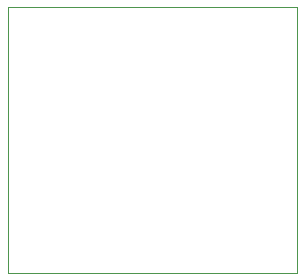
<source format=gbr>
%TF.GenerationSoftware,KiCad,Pcbnew,8.0.8*%
%TF.CreationDate,2025-02-01T23:36:58+01:00*%
%TF.ProjectId,pointControlPulse,706f696e-7443-46f6-9e74-726f6c50756c,rev?*%
%TF.SameCoordinates,Original*%
%TF.FileFunction,Profile,NP*%
%FSLAX46Y46*%
G04 Gerber Fmt 4.6, Leading zero omitted, Abs format (unit mm)*
G04 Created by KiCad (PCBNEW 8.0.8) date 2025-02-01 23:36:58*
%MOMM*%
%LPD*%
G01*
G04 APERTURE LIST*
%TA.AperFunction,Profile*%
%ADD10C,0.100000*%
%TD*%
G04 APERTURE END LIST*
D10*
X150500000Y-96000000D02*
X175000000Y-96000000D01*
X175000000Y-118500000D01*
X150500000Y-118500000D01*
X150500000Y-96000000D01*
M02*

</source>
